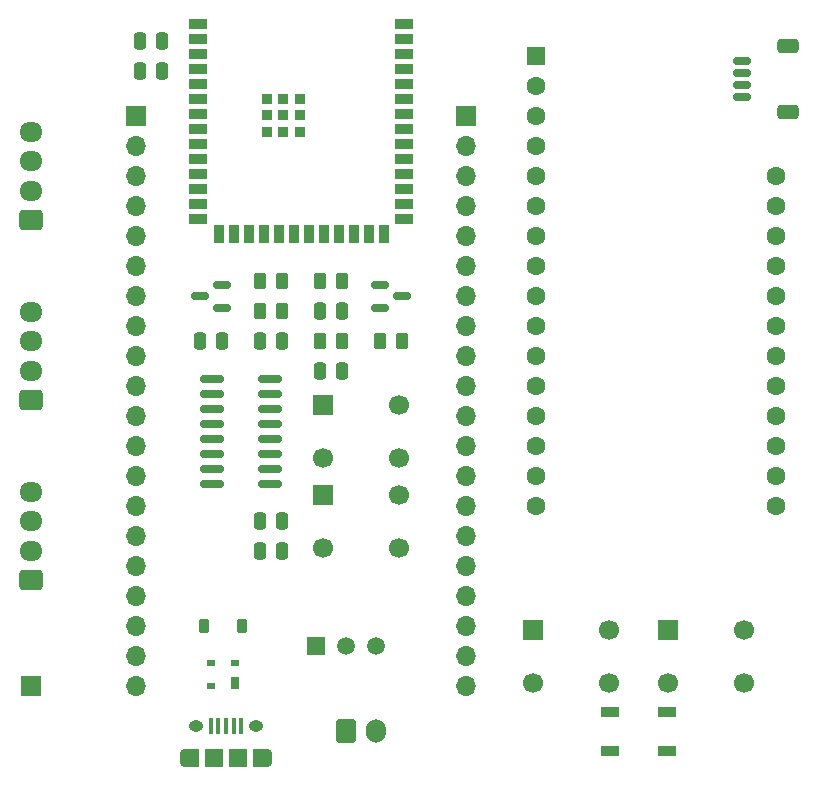
<source format=gbr>
%TF.GenerationSoftware,KiCad,Pcbnew,7.0.1*%
%TF.CreationDate,2023-04-07T14:52:10-07:00*%
%TF.ProjectId,receive mcu prototype r1,72656365-6976-4652-906d-63752070726f,rev?*%
%TF.SameCoordinates,Original*%
%TF.FileFunction,Soldermask,Top*%
%TF.FilePolarity,Negative*%
%FSLAX46Y46*%
G04 Gerber Fmt 4.6, Leading zero omitted, Abs format (unit mm)*
G04 Created by KiCad (PCBNEW 7.0.1) date 2023-04-07 14:52:10*
%MOMM*%
%LPD*%
G01*
G04 APERTURE LIST*
G04 Aperture macros list*
%AMRoundRect*
0 Rectangle with rounded corners*
0 $1 Rounding radius*
0 $2 $3 $4 $5 $6 $7 $8 $9 X,Y pos of 4 corners*
0 Add a 4 corners polygon primitive as box body*
4,1,4,$2,$3,$4,$5,$6,$7,$8,$9,$2,$3,0*
0 Add four circle primitives for the rounded corners*
1,1,$1+$1,$2,$3*
1,1,$1+$1,$4,$5*
1,1,$1+$1,$6,$7*
1,1,$1+$1,$8,$9*
0 Add four rect primitives between the rounded corners*
20,1,$1+$1,$2,$3,$4,$5,0*
20,1,$1+$1,$4,$5,$6,$7,0*
20,1,$1+$1,$6,$7,$8,$9,0*
20,1,$1+$1,$8,$9,$2,$3,0*%
G04 Aperture macros list end*
%ADD10RoundRect,0.250000X-0.262500X-0.450000X0.262500X-0.450000X0.262500X0.450000X-0.262500X0.450000X0*%
%ADD11RoundRect,0.250000X0.250000X0.475000X-0.250000X0.475000X-0.250000X-0.475000X0.250000X-0.475000X0*%
%ADD12RoundRect,0.150000X-0.825000X-0.150000X0.825000X-0.150000X0.825000X0.150000X-0.825000X0.150000X0*%
%ADD13RoundRect,0.250000X0.725000X-0.600000X0.725000X0.600000X-0.725000X0.600000X-0.725000X-0.600000X0*%
%ADD14O,1.950000X1.700000*%
%ADD15RoundRect,0.250000X-0.250000X-0.475000X0.250000X-0.475000X0.250000X0.475000X-0.250000X0.475000X0*%
%ADD16R,1.508000X1.508000*%
%ADD17C,1.508000*%
%ADD18R,1.700000X1.700000*%
%ADD19C,1.700000*%
%ADD20RoundRect,0.250000X0.262500X0.450000X-0.262500X0.450000X-0.262500X-0.450000X0.262500X-0.450000X0*%
%ADD21R,1.600000X1.600000*%
%ADD22C,1.600000*%
%ADD23RoundRect,0.250000X-0.600000X-0.750000X0.600000X-0.750000X0.600000X0.750000X-0.600000X0.750000X0*%
%ADD24O,1.700000X2.000000*%
%ADD25RoundRect,0.225000X0.225000X0.375000X-0.225000X0.375000X-0.225000X-0.375000X0.225000X-0.375000X0*%
%ADD26RoundRect,0.150000X0.625000X-0.150000X0.625000X0.150000X-0.625000X0.150000X-0.625000X-0.150000X0*%
%ADD27RoundRect,0.250000X0.650000X-0.350000X0.650000X0.350000X-0.650000X0.350000X-0.650000X-0.350000X0*%
%ADD28RoundRect,0.150000X0.587500X0.150000X-0.587500X0.150000X-0.587500X-0.150000X0.587500X-0.150000X0*%
%ADD29R,1.500000X0.900000*%
%ADD30R,0.900000X1.500000*%
%ADD31R,0.900000X0.900000*%
%ADD32O,1.700000X1.700000*%
%ADD33R,0.700000X1.000000*%
%ADD34R,0.700000X0.600000*%
%ADD35RoundRect,0.150000X-0.587500X-0.150000X0.587500X-0.150000X0.587500X0.150000X-0.587500X0.150000X0*%
%ADD36R,0.400000X1.350000*%
%ADD37O,0.890000X1.550000*%
%ADD38R,1.200000X1.550000*%
%ADD39O,1.250000X0.950000*%
%ADD40R,1.500000X1.550000*%
G04 APERTURE END LIST*
D10*
%TO.C,R1*%
X103227500Y-57150000D03*
X105052500Y-57150000D03*
%TD*%
D11*
%TO.C,C8*%
X105090000Y-54610000D03*
X103190000Y-54610000D03*
%TD*%
D12*
%TO.C,U3*%
X94045000Y-60325000D03*
X94045000Y-61595000D03*
X94045000Y-62865000D03*
X94045000Y-64135000D03*
X94045000Y-65405000D03*
X94045000Y-66675000D03*
X94045000Y-67945000D03*
X94045000Y-69215000D03*
X98995000Y-69215000D03*
X98995000Y-67945000D03*
X98995000Y-66675000D03*
X98995000Y-65405000D03*
X98995000Y-64135000D03*
X98995000Y-62865000D03*
X98995000Y-61595000D03*
X98995000Y-60325000D03*
%TD*%
D13*
%TO.C,J11*%
X78740000Y-46910000D03*
D14*
X78740000Y-44410000D03*
X78740000Y-41910000D03*
X78740000Y-39410000D03*
%TD*%
D10*
%TO.C,R5*%
X98147500Y-52070000D03*
X99972500Y-52070000D03*
%TD*%
D13*
%TO.C,J2*%
X78740000Y-77390000D03*
D14*
X78740000Y-74890000D03*
X78740000Y-72390000D03*
X78740000Y-69890000D03*
%TD*%
D11*
%TO.C,C3*%
X89850000Y-31750000D03*
X87950000Y-31750000D03*
%TD*%
D15*
%TO.C,C2*%
X98110000Y-72390000D03*
X100010000Y-72390000D03*
%TD*%
%TO.C,C7*%
X98110000Y-57150000D03*
X100010000Y-57150000D03*
%TD*%
D16*
%TO.C,PS1*%
X102870000Y-82980000D03*
D17*
X105410000Y-82980000D03*
X107950000Y-82980000D03*
%TD*%
D18*
%TO.C,TP1*%
X78740000Y-86360000D03*
%TD*%
D15*
%TO.C,C9*%
X103190000Y-59690000D03*
X105090000Y-59690000D03*
%TD*%
D18*
%TO.C,SW3*%
X121210000Y-81570000D03*
D19*
X127710000Y-81570000D03*
X121210000Y-86070000D03*
X127710000Y-86070000D03*
%TD*%
D11*
%TO.C,C4*%
X89850000Y-34290000D03*
X87950000Y-34290000D03*
%TD*%
D18*
%TO.C,SW4*%
X132640000Y-81570000D03*
D19*
X139140000Y-81570000D03*
X132640000Y-86070000D03*
X139140000Y-86070000D03*
%TD*%
D20*
%TO.C,R4*%
X105052500Y-52070000D03*
X103227500Y-52070000D03*
%TD*%
D21*
%TO.C,U2*%
X121519500Y-33020000D03*
D22*
X121519500Y-35560000D03*
X121519500Y-38100000D03*
X121519500Y-40640000D03*
X121519500Y-43180000D03*
X121519500Y-45720000D03*
X121519500Y-48260000D03*
X121519500Y-50800000D03*
X121519500Y-53340000D03*
X121519500Y-55880000D03*
X121519500Y-58420000D03*
X121519500Y-60960000D03*
X121519500Y-63500000D03*
X121519500Y-66040000D03*
X121519500Y-68580000D03*
X121519500Y-71120000D03*
X141839500Y-71120000D03*
X141839500Y-68580000D03*
X141839500Y-66040000D03*
X141839500Y-63500000D03*
X141839500Y-60960000D03*
X141839500Y-58420000D03*
X141839500Y-55880000D03*
X141839500Y-53340000D03*
X141839500Y-50800000D03*
X141839500Y-48260000D03*
X141839500Y-45720000D03*
X141839500Y-43180000D03*
%TD*%
D10*
%TO.C,R3*%
X108307500Y-57150000D03*
X110132500Y-57150000D03*
%TD*%
D23*
%TO.C,J3*%
X105450000Y-90170000D03*
D24*
X107950000Y-90170000D03*
%TD*%
D25*
%TO.C,D2*%
X96646000Y-81280000D03*
X93346000Y-81280000D03*
%TD*%
D13*
%TO.C,J1*%
X78740000Y-62150000D03*
D14*
X78740000Y-59650000D03*
X78740000Y-57150000D03*
X78740000Y-54650000D03*
%TD*%
D26*
%TO.C,J7*%
X138970000Y-36425000D03*
X138970000Y-35425000D03*
X138970000Y-34425000D03*
X138970000Y-33425000D03*
D27*
X142845000Y-37725000D03*
X142845000Y-32125000D03*
%TD*%
D28*
%TO.C,Q2*%
X94917500Y-54290000D03*
X94917500Y-52390000D03*
X93042500Y-53340000D03*
%TD*%
D10*
%TO.C,R2*%
X98147500Y-54610000D03*
X99972500Y-54610000D03*
%TD*%
D18*
%TO.C,SW2*%
X103430000Y-70140000D03*
D19*
X109930000Y-70140000D03*
X103430000Y-74640000D03*
X109930000Y-74640000D03*
%TD*%
D29*
%TO.C,U1*%
X92850000Y-30300000D03*
X92850000Y-31570000D03*
X92850000Y-32840000D03*
X92850000Y-34110000D03*
X92850000Y-35380000D03*
X92850000Y-36650000D03*
X92850000Y-37920000D03*
X92850000Y-39190000D03*
X92850000Y-40460000D03*
X92850000Y-41730000D03*
X92850000Y-43000000D03*
X92850000Y-44270000D03*
X92850000Y-45540000D03*
X92850000Y-46810000D03*
D30*
X94615000Y-48060000D03*
X95885000Y-48060000D03*
X97155000Y-48060000D03*
X98425000Y-48060000D03*
X99695000Y-48060000D03*
X100965000Y-48060000D03*
X102235000Y-48060000D03*
X103505000Y-48060000D03*
X104775000Y-48060000D03*
X106045000Y-48060000D03*
X107315000Y-48060000D03*
X108585000Y-48060000D03*
D29*
X110350000Y-46810000D03*
X110350000Y-45540000D03*
X110350000Y-44270000D03*
X110350000Y-43000000D03*
X110350000Y-41730000D03*
X110350000Y-40460000D03*
X110350000Y-39190000D03*
X110350000Y-37920000D03*
X110350000Y-36650000D03*
X110350000Y-35380000D03*
X110350000Y-34110000D03*
X110350000Y-32840000D03*
X110350000Y-31570000D03*
X110350000Y-30300000D03*
D31*
X100100000Y-38020000D03*
X98700000Y-38020000D03*
X101500000Y-38020000D03*
X98700000Y-39420000D03*
X100100000Y-39420000D03*
X101500000Y-39420000D03*
X98700000Y-36620000D03*
X100100000Y-36620000D03*
X101500000Y-36620000D03*
%TD*%
D18*
%TO.C,J6*%
X87630000Y-38100000D03*
D32*
X87630000Y-40640000D03*
X87630000Y-43180000D03*
X87630000Y-45720000D03*
X87630000Y-48260000D03*
X87630000Y-50800000D03*
X87630000Y-53340000D03*
X87630000Y-55880000D03*
X87630000Y-58420000D03*
X87630000Y-60960000D03*
X87630000Y-63500000D03*
X87630000Y-66040000D03*
X87630000Y-68580000D03*
X87630000Y-71120000D03*
X87630000Y-73660000D03*
X87630000Y-76200000D03*
X87630000Y-78740000D03*
X87630000Y-81280000D03*
X87630000Y-83820000D03*
X87630000Y-86360000D03*
%TD*%
D18*
%TO.C,J5*%
X115570000Y-38100000D03*
D32*
X115570000Y-40640000D03*
X115570000Y-43180000D03*
X115570000Y-45720000D03*
X115570000Y-48260000D03*
X115570000Y-50800000D03*
X115570000Y-53340000D03*
X115570000Y-55880000D03*
X115570000Y-58420000D03*
X115570000Y-60960000D03*
X115570000Y-63500000D03*
X115570000Y-66040000D03*
X115570000Y-68580000D03*
X115570000Y-71120000D03*
X115570000Y-73660000D03*
X115570000Y-76200000D03*
X115570000Y-78740000D03*
X115570000Y-81280000D03*
X115570000Y-83820000D03*
X115570000Y-86360000D03*
%TD*%
D18*
%TO.C,SW1*%
X103430000Y-62520000D03*
D19*
X109930000Y-62520000D03*
X103430000Y-67020000D03*
X109930000Y-67020000D03*
%TD*%
D15*
%TO.C,C1*%
X98110000Y-74930000D03*
X100010000Y-74930000D03*
%TD*%
D33*
%TO.C,D1*%
X95996000Y-86094000D03*
D34*
X95996000Y-84394000D03*
X93996000Y-84394000D03*
X93996000Y-86294000D03*
%TD*%
D29*
%TO.C,D3*%
X127725000Y-88520000D03*
X127725000Y-91820000D03*
X132625000Y-91820000D03*
X132625000Y-88520000D03*
%TD*%
D35*
%TO.C,Q3*%
X108282500Y-52390000D03*
X108282500Y-54290000D03*
X110157500Y-53340000D03*
%TD*%
D36*
%TO.C,J4*%
X93950000Y-89740000D03*
X94600000Y-89740000D03*
X95250000Y-89740000D03*
X95900000Y-89740000D03*
X96550000Y-89740000D03*
D37*
X91750000Y-92440000D03*
D38*
X92350000Y-92440000D03*
D39*
X92750000Y-89740000D03*
D40*
X94250000Y-92440000D03*
X96250000Y-92440000D03*
D39*
X97750000Y-89740000D03*
D38*
X98150000Y-92440000D03*
D37*
X98750000Y-92440000D03*
%TD*%
D15*
%TO.C,C6*%
X93030000Y-57150000D03*
X94930000Y-57150000D03*
%TD*%
M02*

</source>
